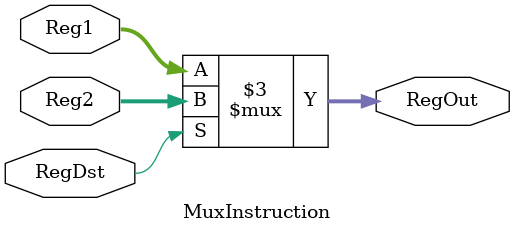
<source format=v>
module MuxInstruction (Reg1, Reg2, RegOut, RegDst);

	input [31:0] Reg1, Reg2;
	input RegDst;
	output reg [31:0] RegOut;
	
	always @ (*)
		begin
			if (RegDst)
				RegOut <= Reg2;
			else
				RegOut <= Reg1;
		end
	
endmodule 
</source>
